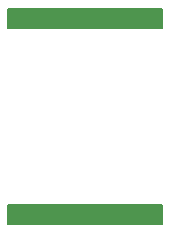
<source format=gbr>
%TF.GenerationSoftware,KiCad,Pcbnew,7.0.7*%
%TF.CreationDate,2023-10-04T11:27:22+02:00*%
%TF.ProjectId,_7mm_sleeper,5f376d6d-5f73-46c6-9565-7065722e6b69,rev?*%
%TF.SameCoordinates,Original*%
%TF.FileFunction,Copper,L2,Bot*%
%TF.FilePolarity,Positive*%
%FSLAX46Y46*%
G04 Gerber Fmt 4.6, Leading zero omitted, Abs format (unit mm)*
G04 Created by KiCad (PCBNEW 7.0.7) date 2023-10-04 11:27:22*
%MOMM*%
%LPD*%
G01*
G04 APERTURE LIST*
%TA.AperFunction,ViaPad*%
%ADD10C,0.500000*%
%TD*%
G04 APERTURE END LIST*
D10*
%TO.N,GND*%
X110200000Y-105600000D03*
X112100000Y-89000000D03*
X117300000Y-89000000D03*
X119900000Y-105600000D03*
X114800000Y-105600000D03*
X116100000Y-105600000D03*
X118700000Y-105600000D03*
X109000000Y-89000000D03*
X111200000Y-105600000D03*
X117400000Y-105600000D03*
X119800000Y-89000000D03*
X111100000Y-89000000D03*
X118600000Y-89000000D03*
X113300000Y-105600000D03*
X114600000Y-89000000D03*
X113200000Y-89000000D03*
X121100000Y-105600000D03*
X115900000Y-89000000D03*
X112200000Y-105600000D03*
X109100000Y-105600000D03*
X121000000Y-89000000D03*
X110100000Y-89000000D03*
%TD*%
%TA.AperFunction,Conductor*%
%TO.N,GND*%
G36*
X121643039Y-88119685D02*
G01*
X121688794Y-88172489D01*
X121700000Y-88224000D01*
X121700000Y-89776000D01*
X121680315Y-89843039D01*
X121627511Y-89888794D01*
X121576000Y-89900000D01*
X108624000Y-89900000D01*
X108556961Y-89880315D01*
X108511206Y-89827511D01*
X108500000Y-89776000D01*
X108500000Y-88224000D01*
X108519685Y-88156961D01*
X108572489Y-88111206D01*
X108624000Y-88100000D01*
X121576000Y-88100000D01*
X121643039Y-88119685D01*
G37*
%TD.AperFunction*%
%TD*%
%TA.AperFunction,Conductor*%
%TO.N,GND*%
G36*
X121643039Y-104719685D02*
G01*
X121688794Y-104772489D01*
X121700000Y-104824000D01*
X121700000Y-106376000D01*
X121680315Y-106443039D01*
X121627511Y-106488794D01*
X121576000Y-106500000D01*
X108624000Y-106500000D01*
X108556961Y-106480315D01*
X108511206Y-106427511D01*
X108500000Y-106376000D01*
X108500000Y-104824000D01*
X108519685Y-104756961D01*
X108572489Y-104711206D01*
X108624000Y-104700000D01*
X121576000Y-104700000D01*
X121643039Y-104719685D01*
G37*
%TD.AperFunction*%
%TD*%
M02*

</source>
